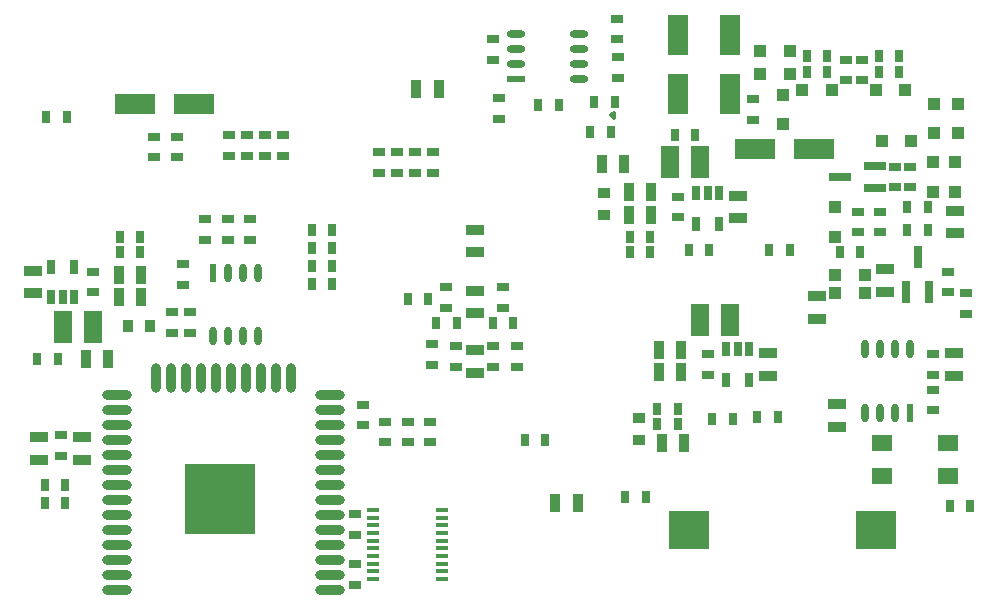
<source format=gbp>
G04 #@! TF.GenerationSoftware,KiCad,Pcbnew,5.0.0-rc2-dev-unknown+dfsg1+20180318-2*
G04 #@! TF.CreationDate,2018-05-23T15:33:37+02:00*
G04 #@! TF.ProjectId,ulx3s,756C7833732E6B696361645F70636200,rev?*
G04 #@! TF.SameCoordinates,Original*
G04 #@! TF.FileFunction,Paste,Bot*
G04 #@! TF.FilePolarity,Positive*
%FSLAX46Y46*%
G04 Gerber Fmt 4.6, Leading zero omitted, Abs format (unit mm)*
G04 Created by KiCad (PCBNEW 5.0.0-rc2-dev-unknown+dfsg1+20180318-2) date Wed May 23 15:33:37 2018*
%MOMM*%
%LPD*%
G01*
G04 APERTURE LIST*
%ADD10C,0.350000*%
%ADD11R,1.500000X2.700000*%
%ADD12R,0.700000X1.200000*%
%ADD13R,1.000000X0.400000*%
%ADD14R,3.500000X3.300000*%
%ADD15R,0.600000X1.550000*%
%ADD16O,0.600000X1.550000*%
%ADD17O,2.500000X0.900000*%
%ADD18O,0.900000X2.500000*%
%ADD19R,6.000000X6.000000*%
%ADD20R,1.800000X1.400000*%
%ADD21R,0.970000X1.500000*%
%ADD22R,1.500000X0.970000*%
%ADD23R,0.670000X1.000000*%
%ADD24R,1.000000X0.670000*%
%ADD25R,1.000000X1.000000*%
%ADD26R,0.800000X1.900000*%
%ADD27R,1.900000X0.800000*%
%ADD28R,3.500000X1.800000*%
%ADD29R,1.800000X3.500000*%
%ADD30R,1.000000X0.845000*%
%ADD31R,0.845000X1.000000*%
%ADD32R,1.550000X0.600000*%
%ADD33O,1.550000X0.600000*%
G04 APERTURE END LIST*
D10*
X150296000Y-71062000D02*
X150046000Y-70812000D01*
X150046000Y-70812000D02*
X150296000Y-70562000D01*
X150296000Y-70562000D02*
X150296000Y-71062000D01*
D11*
X155060000Y-74755000D03*
X157600000Y-74755000D03*
X106165000Y-88725000D03*
X103625000Y-88725000D03*
X157600000Y-88090000D03*
X160140000Y-88090000D03*
D12*
X159825000Y-90600000D03*
X160775000Y-90600000D03*
X161725000Y-90600000D03*
X161725000Y-93200000D03*
X159825000Y-93200000D03*
X104575000Y-86215000D03*
X103625000Y-86215000D03*
X102675000Y-86215000D03*
X102675000Y-83615000D03*
X104575000Y-83615000D03*
X157285000Y-77392000D03*
X158235000Y-77392000D03*
X159185000Y-77392000D03*
X159185000Y-79992000D03*
X157285000Y-79992000D03*
D13*
X135735000Y-104215000D03*
X135735000Y-104865000D03*
X135735000Y-105515000D03*
X135735000Y-106165000D03*
X135735000Y-106815000D03*
X135735000Y-107465000D03*
X135735000Y-108115000D03*
X135735000Y-108765000D03*
X135735000Y-109415000D03*
X135735000Y-110065000D03*
X129935000Y-110065000D03*
X129935000Y-109415000D03*
X129935000Y-108765000D03*
X129935000Y-108115000D03*
X129935000Y-107465000D03*
X129935000Y-106815000D03*
X129935000Y-106165000D03*
X129935000Y-105515000D03*
X129935000Y-104865000D03*
X129935000Y-104215000D03*
D14*
X172485000Y-105870000D03*
X156685000Y-105870000D03*
D15*
X175395000Y-96015000D03*
D16*
X174125000Y-96015000D03*
X172855000Y-96015000D03*
X171585000Y-96015000D03*
X171585000Y-90615000D03*
X172855000Y-90615000D03*
X174125000Y-90615000D03*
X175395000Y-90615000D03*
D15*
X116325000Y-84120000D03*
D16*
X117595000Y-84120000D03*
X118865000Y-84120000D03*
X120135000Y-84120000D03*
X120135000Y-89520000D03*
X118865000Y-89520000D03*
X117595000Y-89520000D03*
X116325000Y-89520000D03*
D17*
X126230000Y-111000000D03*
X126230000Y-109730000D03*
X126230000Y-108460000D03*
X126230000Y-107190000D03*
X126230000Y-105920000D03*
X126230000Y-104650000D03*
X126230000Y-103380000D03*
X126230000Y-102110000D03*
X126230000Y-100840000D03*
X126230000Y-99570000D03*
X126230000Y-98300000D03*
X126230000Y-97030000D03*
X126230000Y-95760000D03*
X126230000Y-94490000D03*
D18*
X122945000Y-93000000D03*
X121675000Y-93000000D03*
X120405000Y-93000000D03*
X119135000Y-93000000D03*
X117865000Y-93000000D03*
X116595000Y-93000000D03*
X115325000Y-93000000D03*
X114055000Y-93000000D03*
X112785000Y-93000000D03*
X111515000Y-93000000D03*
D17*
X108230000Y-94490000D03*
X108230000Y-95760000D03*
X108230000Y-97030000D03*
X108230000Y-98300000D03*
X108230000Y-99570000D03*
X108230000Y-100840000D03*
X108230000Y-102110000D03*
X108230000Y-103380000D03*
X108230000Y-104650000D03*
X108230000Y-105920000D03*
X108230000Y-107190000D03*
X108230000Y-108460000D03*
X108230000Y-109730000D03*
X108230000Y-111000000D03*
D19*
X116930000Y-103300000D03*
D20*
X178576000Y-98522000D03*
X172976000Y-98522000D03*
X172976000Y-101322000D03*
X178576000Y-101322000D03*
D21*
X133546000Y-68550000D03*
X135456000Y-68550000D03*
D22*
X101085000Y-83960000D03*
X101085000Y-85870000D03*
D23*
X153985000Y-96910000D03*
X155735000Y-96910000D03*
D21*
X156015000Y-90630000D03*
X154105000Y-90630000D03*
X154105000Y-92535000D03*
X156015000Y-92535000D03*
D22*
X163315000Y-90945000D03*
X163315000Y-92855000D03*
D23*
X151645000Y-82375000D03*
X153395000Y-82375000D03*
D21*
X153475000Y-79200000D03*
X151565000Y-79200000D03*
X153475000Y-77295000D03*
X151565000Y-77295000D03*
D22*
X160775000Y-79520000D03*
X160775000Y-77610000D03*
D23*
X108465000Y-81105000D03*
X110215000Y-81105000D03*
D21*
X108385000Y-84280000D03*
X110295000Y-84280000D03*
X110295000Y-86185000D03*
X108385000Y-86185000D03*
D22*
X173221000Y-83833000D03*
X173221000Y-85743000D03*
D24*
X175380000Y-76900000D03*
X175380000Y-75150000D03*
D22*
X105276000Y-99967000D03*
X105276000Y-98057000D03*
X167506000Y-88029000D03*
X167506000Y-86119000D03*
X138500000Y-90665000D03*
X138500000Y-92575000D03*
D24*
X150589600Y-64359000D03*
X150589600Y-62609000D03*
D22*
X138500000Y-82375000D03*
X138500000Y-80465000D03*
X138500000Y-87575000D03*
X138500000Y-85665000D03*
X101593000Y-99967000D03*
X101593000Y-98057000D03*
D21*
X154359000Y-98504000D03*
X156269000Y-98504000D03*
X105591000Y-91392000D03*
X107501000Y-91392000D03*
X151189000Y-74882000D03*
X149279000Y-74882000D03*
D24*
X140900000Y-87095000D03*
X140900000Y-85345000D03*
X136100000Y-87095000D03*
X136100000Y-85345000D03*
X136900000Y-92095000D03*
X136900000Y-90345000D03*
X140100000Y-90345000D03*
X140100000Y-92095000D03*
X142100000Y-92095000D03*
X142100000Y-90345000D03*
X134900000Y-90145000D03*
X134900000Y-91895000D03*
D23*
X135225000Y-88420000D03*
X136975000Y-88420000D03*
X140025000Y-88420000D03*
X141775000Y-88420000D03*
X163425000Y-82220000D03*
X165175000Y-82220000D03*
X158375000Y-82220000D03*
X156625000Y-82220000D03*
D24*
X177300000Y-94025000D03*
X177300000Y-95775000D03*
D21*
X145342000Y-103584000D03*
X147252000Y-103584000D03*
D23*
X103995000Y-70963000D03*
X102245000Y-70963000D03*
X103245000Y-91410000D03*
X101495000Y-91410000D03*
D24*
X180094000Y-87586000D03*
X180094000Y-85836000D03*
D23*
X180473000Y-103856000D03*
X178723000Y-103856000D03*
X158645000Y-96490000D03*
X160395000Y-96490000D03*
X132827200Y-86330000D03*
X134577200Y-86330000D03*
D22*
X169172000Y-95281000D03*
X169172000Y-97191000D03*
X179190000Y-80790000D03*
X179190000Y-78880000D03*
D25*
X169050000Y-84280000D03*
X171550000Y-84280000D03*
X169030000Y-78585000D03*
X169030000Y-81085000D03*
X171550000Y-85804000D03*
X169050000Y-85804000D03*
X179190000Y-74775000D03*
X179190000Y-77275000D03*
X177285000Y-77275000D03*
X177285000Y-74775000D03*
X172987000Y-72977000D03*
X175487000Y-72977000D03*
X164585000Y-69060000D03*
X164585000Y-71560000D03*
X168756000Y-68659000D03*
X166256000Y-68659000D03*
X174979000Y-68659000D03*
X172479000Y-68659000D03*
X165200000Y-67262000D03*
X162700000Y-67262000D03*
X162700000Y-65357000D03*
X165200000Y-65357000D03*
X177412000Y-72322000D03*
X177412000Y-69822000D03*
X179444000Y-69822000D03*
X179444000Y-72322000D03*
D26*
X176015000Y-82780000D03*
X175065000Y-85780000D03*
X176965000Y-85780000D03*
D27*
X172435000Y-75075000D03*
X172435000Y-76975000D03*
X169435000Y-76025000D03*
D28*
X114761000Y-69802000D03*
X109761000Y-69802000D03*
X167212000Y-73612000D03*
X162212000Y-73612000D03*
D29*
X155695000Y-69000000D03*
X155695000Y-64000000D03*
X160140000Y-69000000D03*
X160140000Y-64000000D03*
D24*
X113277000Y-74360000D03*
X113277000Y-72610000D03*
X111372000Y-72610000D03*
X111372000Y-74360000D03*
D23*
X155455000Y-72487000D03*
X157205000Y-72487000D03*
D24*
X171316000Y-66090000D03*
X171316000Y-67840000D03*
X169919000Y-67840000D03*
X169919000Y-66090000D03*
D23*
X174477000Y-65738000D03*
X172727000Y-65738000D03*
D24*
X128390000Y-106321000D03*
X128390000Y-104571000D03*
X117722000Y-72483000D03*
X117722000Y-74233000D03*
X119246000Y-74233000D03*
X119246000Y-72483000D03*
X120770000Y-72483000D03*
X120770000Y-74233000D03*
X122294000Y-74233000D03*
X122294000Y-72483000D03*
D23*
X145655000Y-69900000D03*
X143905000Y-69900000D03*
D30*
X152393000Y-96398500D03*
X152393000Y-98323500D03*
D31*
X111064500Y-88598000D03*
X109139500Y-88598000D03*
D30*
X149472000Y-77348500D03*
X149472000Y-79273500D03*
D23*
X166631000Y-65738000D03*
X168381000Y-65738000D03*
X124721000Y-85060000D03*
X126471000Y-85060000D03*
X126471000Y-83536000D03*
X124721000Y-83536000D03*
X126471000Y-82012000D03*
X124721000Y-82012000D03*
X124721000Y-80470000D03*
X126471000Y-80470000D03*
D24*
X130422000Y-73898000D03*
X130422000Y-75648000D03*
X131961000Y-75648000D03*
X131961000Y-73898000D03*
X133485000Y-73898000D03*
X133485000Y-75648000D03*
X135009000Y-75648000D03*
X135009000Y-73898000D03*
X113785000Y-83405000D03*
X113785000Y-85155000D03*
D23*
X151264000Y-103076000D03*
X153014000Y-103076000D03*
X164190000Y-96345000D03*
X162440000Y-96345000D03*
D24*
X178555000Y-85790000D03*
X178555000Y-84040000D03*
X112896000Y-89219000D03*
X112896000Y-87469000D03*
X170935000Y-80710000D03*
X170935000Y-78960000D03*
D23*
X103865000Y-102060000D03*
X102115000Y-102060000D03*
D24*
X114420000Y-89219000D03*
X114420000Y-87469000D03*
D23*
X171175000Y-82375000D03*
X169425000Y-82375000D03*
D24*
X172840000Y-80710000D03*
X172840000Y-78960000D03*
X162045000Y-69435000D03*
X162045000Y-71185000D03*
D23*
X175140000Y-80470000D03*
X176890000Y-80470000D03*
D24*
X174110000Y-75150000D03*
X174110000Y-76900000D03*
X128390000Y-110555000D03*
X128390000Y-108805000D03*
X119500000Y-79595000D03*
X119500000Y-81345000D03*
D23*
X176890000Y-78565000D03*
X175140000Y-78565000D03*
D24*
X140025500Y-66105000D03*
X140025500Y-64355000D03*
X140597000Y-71076000D03*
X140597000Y-69326000D03*
X150615000Y-65897000D03*
X150615000Y-67647000D03*
D23*
X150050000Y-72215000D03*
X148300000Y-72215000D03*
X150362000Y-69693000D03*
X148612000Y-69693000D03*
D24*
X129025000Y-95300000D03*
X129025000Y-97050000D03*
X117595000Y-79595000D03*
X117595000Y-81345000D03*
X115690000Y-81345000D03*
X115690000Y-79595000D03*
D23*
X142755000Y-98250000D03*
X144505000Y-98250000D03*
D24*
X132835000Y-98490000D03*
X132835000Y-96740000D03*
X130930000Y-96740000D03*
X130930000Y-98490000D03*
D23*
X103865000Y-103600000D03*
X102115000Y-103600000D03*
D24*
X103498000Y-99633000D03*
X103498000Y-97883000D03*
X134740000Y-96740000D03*
X134740000Y-98490000D03*
D23*
X166631000Y-67135000D03*
X168381000Y-67135000D03*
X172725000Y-67120000D03*
X174475000Y-67120000D03*
X155735000Y-95640000D03*
X153985000Y-95640000D03*
X108465000Y-82375000D03*
X110215000Y-82375000D03*
X153395000Y-81105000D03*
X151645000Y-81105000D03*
D24*
X158235000Y-91025000D03*
X158235000Y-92775000D03*
X106165000Y-85790000D03*
X106165000Y-84040000D03*
X155695000Y-77690000D03*
X155695000Y-79440000D03*
D32*
X141980000Y-67706500D03*
D33*
X141980000Y-66436500D03*
X141980000Y-65166500D03*
X141980000Y-63896500D03*
X147380000Y-63896500D03*
X147380000Y-65166500D03*
X147380000Y-66436500D03*
X147380000Y-67706500D03*
D22*
X179078000Y-90963000D03*
X179078000Y-92873000D03*
D24*
X177300000Y-92793000D03*
X177300000Y-91043000D03*
M02*

</source>
